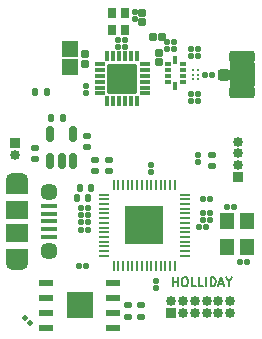
<source format=gts>
G04 #@! TF.GenerationSoftware,KiCad,Pcbnew,8.0.3*
G04 #@! TF.CreationDate,2024-06-18T15:01:00-07:00*
G04 #@! TF.ProjectId,lora2040,6c6f7261-3230-4343-902e-6b696361645f,rev?*
G04 #@! TF.SameCoordinates,Original*
G04 #@! TF.FileFunction,Soldermask,Top*
G04 #@! TF.FilePolarity,Negative*
%FSLAX46Y46*%
G04 Gerber Fmt 4.6, Leading zero omitted, Abs format (unit mm)*
G04 Created by KiCad (PCBNEW 8.0.3) date 2024-06-18 15:01:00*
%MOMM*%
%LPD*%
G01*
G04 APERTURE LIST*
G04 Aperture macros list*
%AMRoundRect*
0 Rectangle with rounded corners*
0 $1 Rounding radius*
0 $2 $3 $4 $5 $6 $7 $8 $9 X,Y pos of 4 corners*
0 Add a 4 corners polygon primitive as box body*
4,1,4,$2,$3,$4,$5,$6,$7,$8,$9,$2,$3,0*
0 Add four circle primitives for the rounded corners*
1,1,$1+$1,$2,$3*
1,1,$1+$1,$4,$5*
1,1,$1+$1,$6,$7*
1,1,$1+$1,$8,$9*
0 Add four rect primitives between the rounded corners*
20,1,$1+$1,$2,$3,$4,$5,0*
20,1,$1+$1,$4,$5,$6,$7,0*
20,1,$1+$1,$6,$7,$8,$9,0*
20,1,$1+$1,$8,$9,$2,$3,0*%
G04 Aperture macros list end*
%ADD10C,0.152400*%
%ADD11RoundRect,0.025000X-0.175000X0.175000X-0.175000X-0.175000X0.175000X-0.175000X0.175000X0.175000X0*%
%ADD12RoundRect,0.025000X0.175000X-0.175000X0.175000X0.175000X-0.175000X0.175000X-0.175000X-0.175000X0*%
%ADD13RoundRect,0.025000X-0.250000X0.125000X-0.250000X-0.125000X0.250000X-0.125000X0.250000X0.125000X0*%
%ADD14RoundRect,0.025000X-0.150000X-0.300000X0.150000X-0.300000X0.150000X0.300000X-0.150000X0.300000X0*%
%ADD15RoundRect,0.140000X-0.170000X0.140000X-0.170000X-0.140000X0.170000X-0.140000X0.170000X0.140000X0*%
%ADD16R,0.850000X0.850000*%
%ADD17O,0.850000X0.850000*%
%ADD18RoundRect,0.025000X0.175000X0.175000X-0.175000X0.175000X-0.175000X-0.175000X0.175000X-0.175000X0*%
%ADD19RoundRect,0.025000X-0.275000X0.275000X-0.275000X-0.275000X0.275000X-0.275000X0.275000X0.275000X0*%
%ADD20RoundRect,0.140000X-0.140000X-0.170000X0.140000X-0.170000X0.140000X0.170000X-0.140000X0.170000X0*%
%ADD21RoundRect,0.250000X-0.275000X-0.250000X0.275000X-0.250000X0.275000X0.250000X-0.275000X0.250000X0*%
%ADD22RoundRect,0.250000X-0.850000X-0.275000X0.850000X-0.275000X0.850000X0.275000X-0.850000X0.275000X0*%
%ADD23RoundRect,0.140000X0.170000X-0.140000X0.170000X0.140000X-0.170000X0.140000X-0.170000X-0.140000X0*%
%ADD24RoundRect,0.062500X-0.062500X-0.062500X0.062500X-0.062500X0.062500X0.062500X-0.062500X0.062500X0*%
%ADD25R,0.800000X0.900000*%
%ADD26R,1.200000X1.400000*%
%ADD27RoundRect,0.025000X0.275000X-0.275000X0.275000X0.275000X-0.275000X0.275000X-0.275000X-0.275000X0*%
%ADD28RoundRect,0.063500X0.525000X0.225000X-0.525000X0.225000X-0.525000X-0.225000X0.525000X-0.225000X0*%
%ADD29RoundRect,0.063500X-1.050000X1.050000X-1.050000X-1.050000X1.050000X-1.050000X1.050000X1.050000X0*%
%ADD30RoundRect,0.025000X-0.175000X-0.175000X0.175000X-0.175000X0.175000X0.175000X-0.175000X0.175000X0*%
%ADD31RoundRect,0.140000X0.140000X0.170000X-0.140000X0.170000X-0.140000X-0.170000X0.140000X-0.170000X0*%
%ADD32RoundRect,0.025000X-0.275000X-0.275000X0.275000X-0.275000X0.275000X0.275000X-0.275000X0.275000X0*%
%ADD33RoundRect,0.050000X0.650000X-0.650000X0.650000X0.650000X-0.650000X0.650000X-0.650000X-0.650000X0*%
%ADD34RoundRect,0.135000X0.185000X-0.135000X0.185000X0.135000X-0.185000X0.135000X-0.185000X-0.135000X0*%
%ADD35RoundRect,0.050000X0.050000X-0.387500X0.050000X0.387500X-0.050000X0.387500X-0.050000X-0.387500X0*%
%ADD36RoundRect,0.050000X0.387500X-0.050000X0.387500X0.050000X-0.387500X0.050000X-0.387500X-0.050000X0*%
%ADD37R,3.200000X3.200000*%
%ADD38RoundRect,0.025000X-0.247487X0.000000X0.000000X-0.247487X0.247487X0.000000X0.000000X0.247487X0*%
%ADD39R,1.350000X0.400000*%
%ADD40O,1.900000X1.200000*%
%ADD41R,1.900000X1.200000*%
%ADD42C,1.450000*%
%ADD43R,1.900000X1.500000*%
%ADD44O,0.400000X0.900000*%
%ADD45O,0.900000X0.400000*%
%ADD46RoundRect,0.062500X-1.187500X1.187500X-1.187500X-1.187500X1.187500X-1.187500X1.187500X1.187500X0*%
%ADD47RoundRect,0.135000X-0.185000X0.135000X-0.185000X-0.135000X0.185000X-0.135000X0.185000X0.135000X0*%
%ADD48RoundRect,0.150000X0.150000X-0.512500X0.150000X0.512500X-0.150000X0.512500X-0.150000X-0.512500X0*%
%ADD49RoundRect,0.147500X0.172500X-0.147500X0.172500X0.147500X-0.172500X0.147500X-0.172500X-0.147500X0*%
G04 APERTURE END LIST*
D10*
X147334514Y-107126190D02*
X147334514Y-106364190D01*
X147334514Y-106727047D02*
X147769943Y-106727047D01*
X147769943Y-107126190D02*
X147769943Y-106364190D01*
X148277943Y-106364190D02*
X148423086Y-106364190D01*
X148423086Y-106364190D02*
X148495657Y-106400476D01*
X148495657Y-106400476D02*
X148568229Y-106473047D01*
X148568229Y-106473047D02*
X148604514Y-106618190D01*
X148604514Y-106618190D02*
X148604514Y-106872190D01*
X148604514Y-106872190D02*
X148568229Y-107017333D01*
X148568229Y-107017333D02*
X148495657Y-107089905D01*
X148495657Y-107089905D02*
X148423086Y-107126190D01*
X148423086Y-107126190D02*
X148277943Y-107126190D01*
X148277943Y-107126190D02*
X148205372Y-107089905D01*
X148205372Y-107089905D02*
X148132800Y-107017333D01*
X148132800Y-107017333D02*
X148096514Y-106872190D01*
X148096514Y-106872190D02*
X148096514Y-106618190D01*
X148096514Y-106618190D02*
X148132800Y-106473047D01*
X148132800Y-106473047D02*
X148205372Y-106400476D01*
X148205372Y-106400476D02*
X148277943Y-106364190D01*
X149293943Y-107126190D02*
X148931086Y-107126190D01*
X148931086Y-107126190D02*
X148931086Y-106364190D01*
X149910800Y-107126190D02*
X149547943Y-107126190D01*
X149547943Y-107126190D02*
X149547943Y-106364190D01*
X150164800Y-107126190D02*
X150164800Y-106364190D01*
X150527657Y-107126190D02*
X150527657Y-106364190D01*
X150527657Y-106364190D02*
X150709086Y-106364190D01*
X150709086Y-106364190D02*
X150817943Y-106400476D01*
X150817943Y-106400476D02*
X150890514Y-106473047D01*
X150890514Y-106473047D02*
X150926800Y-106545619D01*
X150926800Y-106545619D02*
X150963086Y-106690762D01*
X150963086Y-106690762D02*
X150963086Y-106799619D01*
X150963086Y-106799619D02*
X150926800Y-106944762D01*
X150926800Y-106944762D02*
X150890514Y-107017333D01*
X150890514Y-107017333D02*
X150817943Y-107089905D01*
X150817943Y-107089905D02*
X150709086Y-107126190D01*
X150709086Y-107126190D02*
X150527657Y-107126190D01*
X151253371Y-106908476D02*
X151616229Y-106908476D01*
X151180800Y-107126190D02*
X151434800Y-106364190D01*
X151434800Y-106364190D02*
X151688800Y-107126190D01*
X152087943Y-106763333D02*
X152087943Y-107126190D01*
X151833943Y-106364190D02*
X152087943Y-106763333D01*
X152087943Y-106763333D02*
X152341943Y-106364190D01*
G36*
X152202900Y-88262000D02*
G01*
X154292900Y-88262000D01*
X154292900Y-90142000D01*
X152202900Y-90142000D01*
X152202900Y-88262000D01*
G37*
D11*
X148849900Y-87002000D03*
X148849900Y-87602000D03*
D12*
X145912000Y-107247490D03*
X145912000Y-106647500D03*
D13*
X146899900Y-88302000D03*
X146899900Y-88802000D03*
X146899900Y-89302000D03*
X146899900Y-89802000D03*
D14*
X147549900Y-90127000D03*
D13*
X148199900Y-89802000D03*
X148199900Y-89302000D03*
X148199900Y-88802000D03*
X148199900Y-88302000D03*
D14*
X147549900Y-87977000D03*
D11*
X145516600Y-96855000D03*
X145516600Y-97454990D03*
D15*
X140724000Y-96416500D03*
X140724000Y-97376500D03*
D16*
X133985000Y-94996000D03*
D17*
X133985000Y-95996000D03*
D18*
X140008000Y-105410000D03*
X139408000Y-105410000D03*
D11*
X146824900Y-86452000D03*
X146824900Y-87051990D03*
D19*
X144754600Y-83947000D03*
X144754600Y-84747000D03*
D20*
X139228000Y-99662500D03*
X140188000Y-99662500D03*
D21*
X151667900Y-89202000D03*
D22*
X153192900Y-87727000D03*
X153192900Y-90677000D03*
D23*
X140081000Y-95349000D03*
X140081000Y-94389000D03*
D15*
X141935200Y-96421000D03*
X141935200Y-97381000D03*
D18*
X150674900Y-89202000D03*
X150074910Y-89202000D03*
D24*
X149049900Y-88802000D03*
X149049900Y-89202000D03*
X149049900Y-89602000D03*
X149449900Y-89602000D03*
X149449900Y-89202000D03*
X149449900Y-88802000D03*
D11*
X144124000Y-83882000D03*
X144124000Y-84481990D03*
X149449900Y-87002000D03*
X149449900Y-87601990D03*
X140024900Y-90177000D03*
X140024900Y-90776990D03*
D25*
X142198000Y-84009000D03*
X142198000Y-85409000D03*
X143298000Y-85409000D03*
X143298000Y-84009000D03*
D12*
X149449900Y-91452000D03*
X149449900Y-90852010D03*
D18*
X150503000Y-101491500D03*
X149903010Y-101491500D03*
D26*
X153639000Y-103841000D03*
X153639000Y-101641000D03*
X151939000Y-101641000D03*
X151939000Y-103841000D03*
D27*
X139899900Y-88282000D03*
X139899900Y-87482000D03*
D28*
X142296000Y-110617000D03*
X142296000Y-109347000D03*
X142296000Y-108077000D03*
X142296000Y-106807000D03*
X136596000Y-106807000D03*
X136596000Y-108077000D03*
X136596000Y-109347000D03*
X136596000Y-110617000D03*
D29*
X139446000Y-108712000D03*
D20*
X139482000Y-98773500D03*
X140442000Y-98773500D03*
D15*
X135636000Y-95405000D03*
X135636000Y-96365000D03*
D16*
X147193000Y-109347000D03*
D17*
X147193000Y-108347000D03*
X148193000Y-109347000D03*
X148193000Y-108347000D03*
X149193000Y-109347000D03*
X149193000Y-108347000D03*
X150193000Y-109347000D03*
X150193000Y-108347000D03*
X151193000Y-109347000D03*
X151193000Y-108347000D03*
X152193000Y-109347000D03*
X152193000Y-108347000D03*
D16*
X152857200Y-97869000D03*
D17*
X152857200Y-96869000D03*
X152857200Y-95869000D03*
X152857200Y-94869000D03*
D19*
X146124900Y-87352000D03*
X146124900Y-88152000D03*
D12*
X149479000Y-96575500D03*
X149479000Y-95975500D03*
D30*
X142702000Y-86868000D03*
X143302000Y-86868000D03*
D31*
X138021000Y-92837000D03*
X137061000Y-92837000D03*
D18*
X152538990Y-100424500D03*
X151939000Y-100424500D03*
D30*
X139535000Y-101057000D03*
X140135000Y-101057000D03*
D32*
X145650000Y-85979000D03*
X146450000Y-85979000D03*
D30*
X139535000Y-101657000D03*
X140134990Y-101657000D03*
D11*
X148849900Y-90852000D03*
X148849900Y-91452000D03*
D30*
X149903000Y-99695000D03*
X150503000Y-99695000D03*
X142702000Y-86268000D03*
X143301990Y-86268000D03*
D11*
X147424900Y-86452000D03*
X147424900Y-87051990D03*
D33*
X138624900Y-88602000D03*
X138624900Y-87002000D03*
D18*
X150503000Y-100891500D03*
X149903010Y-100891500D03*
D30*
X153039010Y-105056500D03*
X153639000Y-105056500D03*
D34*
X144653000Y-109728000D03*
X144653000Y-108708000D03*
D18*
X150168000Y-102091500D03*
X149568000Y-102091500D03*
D30*
X139535000Y-100457000D03*
X140135000Y-100457000D03*
D20*
X135692000Y-90678000D03*
X136652000Y-90678000D03*
D35*
X142312000Y-105394500D03*
X142712000Y-105394500D03*
X143112000Y-105394500D03*
X143512000Y-105394500D03*
X143912000Y-105394500D03*
X144312000Y-105394500D03*
X144712000Y-105394500D03*
X145112000Y-105394500D03*
X145512000Y-105394500D03*
X145912000Y-105394500D03*
X146312000Y-105394500D03*
X146712000Y-105394500D03*
X147112000Y-105394500D03*
X147512000Y-105394500D03*
D36*
X148349500Y-104557000D03*
X148349500Y-104157000D03*
X148349500Y-103757000D03*
X148349500Y-103357000D03*
X148349500Y-102957000D03*
X148349500Y-102557000D03*
X148349500Y-102157000D03*
X148349500Y-101757000D03*
X148349500Y-101357000D03*
X148349500Y-100957000D03*
X148349500Y-100557000D03*
X148349500Y-100157000D03*
X148349500Y-99757000D03*
X148349500Y-99357000D03*
D35*
X147512000Y-98519500D03*
X147112000Y-98519500D03*
X146712000Y-98519500D03*
X146312000Y-98519500D03*
X145912000Y-98519500D03*
X145512000Y-98519500D03*
X145112000Y-98519500D03*
X144712000Y-98519500D03*
X144312000Y-98519500D03*
X143912000Y-98519500D03*
X143512000Y-98519500D03*
X143112000Y-98519500D03*
X142712000Y-98519500D03*
X142312000Y-98519500D03*
D36*
X141474500Y-99357000D03*
X141474500Y-99757000D03*
X141474500Y-100157000D03*
X141474500Y-100557000D03*
X141474500Y-100957000D03*
X141474500Y-101357000D03*
X141474500Y-101757000D03*
X141474500Y-102157000D03*
X141474500Y-102557000D03*
X141474500Y-102957000D03*
X141474500Y-103357000D03*
X141474500Y-103757000D03*
X141474500Y-104157000D03*
X141474500Y-104557000D03*
D37*
X144912000Y-101957000D03*
D38*
X134830743Y-109811743D03*
X135255000Y-110236000D03*
D39*
X136880600Y-100330000D03*
X136880600Y-100980000D03*
X136880600Y-101630000D03*
X136880600Y-102280000D03*
X136880600Y-102930000D03*
D40*
X134180600Y-98130000D03*
D41*
X134180600Y-98730000D03*
D42*
X136880600Y-99130000D03*
D43*
X134180600Y-100630000D03*
X134180600Y-102630000D03*
D42*
X136880600Y-104130000D03*
D41*
X134180600Y-104530000D03*
D40*
X134180600Y-105130000D03*
D44*
X144299900Y-87652000D03*
X143799900Y-87652000D03*
X143299900Y-87652000D03*
X142799900Y-87652000D03*
X142299900Y-87652000D03*
X141799900Y-87652000D03*
D45*
X141149900Y-88302000D03*
X141149900Y-88802000D03*
X141149900Y-89302000D03*
X141149900Y-89802000D03*
X141149900Y-90302000D03*
X141149900Y-90802000D03*
D44*
X141799900Y-91452000D03*
X142299900Y-91452000D03*
X142799900Y-91452000D03*
X143299900Y-91452000D03*
X143799900Y-91452000D03*
X144299900Y-91452000D03*
D45*
X144949900Y-90802000D03*
X144949900Y-90302000D03*
X144949900Y-89802000D03*
X144949900Y-89302000D03*
X144949900Y-88802000D03*
X144949900Y-88302000D03*
D46*
X143049900Y-89552000D03*
D47*
X143510000Y-108708000D03*
X143510000Y-109728000D03*
D30*
X139535000Y-102329500D03*
X140134990Y-102329500D03*
D48*
X136972000Y-96514500D03*
X137922000Y-96514500D03*
X138872000Y-96514500D03*
X138872000Y-94239500D03*
X136972000Y-94239500D03*
D49*
X150622000Y-96968500D03*
X150622000Y-95998500D03*
M02*

</source>
